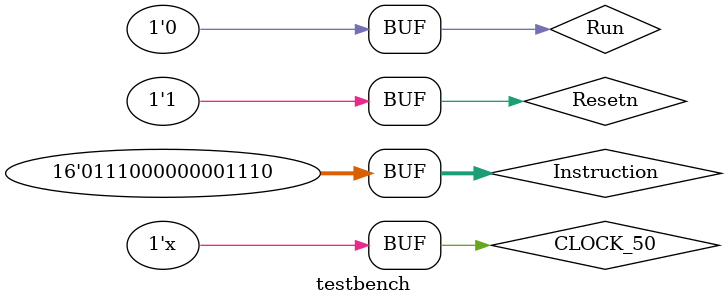
<source format=v>
`timescale 1ns / 1ps

module testbench ( );

	parameter CLOCK_PERIOD = 20; // 20ns per clock cycle

	reg [15:0] Instruction;
	reg Run;
	wire Done;

	reg CLOCK_50;
	initial begin
		CLOCK_50 <= 1'b0;
	end // initial
	always @ (*)
	begin : Clock_Generator
		#((CLOCK_PERIOD) / 2) CLOCK_50 <= ~CLOCK_50;
	end
	
	reg Resetn;
	initial begin
		Resetn <= 1'b0;
		#20 Resetn <= 1'b1;
	end // initial

	initial begin
				
		Run	<= 1'b0;	
		Instruction	<= 16'b0000000000000000;	
		
		/* the clock is running at 20ns per cycle */
		#20	Run	<= 1'b1; Instruction	<= 16'b0001000000011100; // mv  r0, #28	
		#20	Run	<= 1'b0; 
		
		#20	Run	<= 1'b1; Instruction	<= 16'b0011001011111111; // mvt r1, #0xFF00
		#20	Run	<= 1'b0;
		
		#20	Run	<= 1'b1; Instruction	<= 16'b0101001011111111; // add r1, #0xFF
		#20	Run	<= 1'b0;
		
		#60	Run	<= 1'b1; Instruction	<= 16'b0110001000000000; // sub r1, r0
		#20	Run	<= 1'b0;
		
		#60	Run	<= 1'b1; Instruction	<= 16'b0101001000000001; // add r1, #1
		#20	Run	<= 1'b0;

        /////////////////////////////////////////////////////////////////////////////////////////////
		
		// after another 60ns, we do...
		#60	Run	<= 1'b1; Instruction	<= 16'b0001010000001110; // mv  r2, #14	
		#20	Run	<= 1'b0; 

		#60	Run	<= 1'b1; Instruction	<= 16'b0000000000000010; // mv  r0, R2
		#20	Run	<= 1'b0; 

		#60	Run	<= 1'b1; Instruction	<= 16'b0100000000000010; // add r0, r2
		#20	Run	<= 1'b0;

		#60	Run	<= 1'b1; Instruction	<= 16'b0111000000001110; // sub r0, #14
		#20	Run	<= 1'b0;

	end // initial

	proc U1 (Instruction, Resetn, CLOCK_50, Run, Done);

endmodule

</source>
